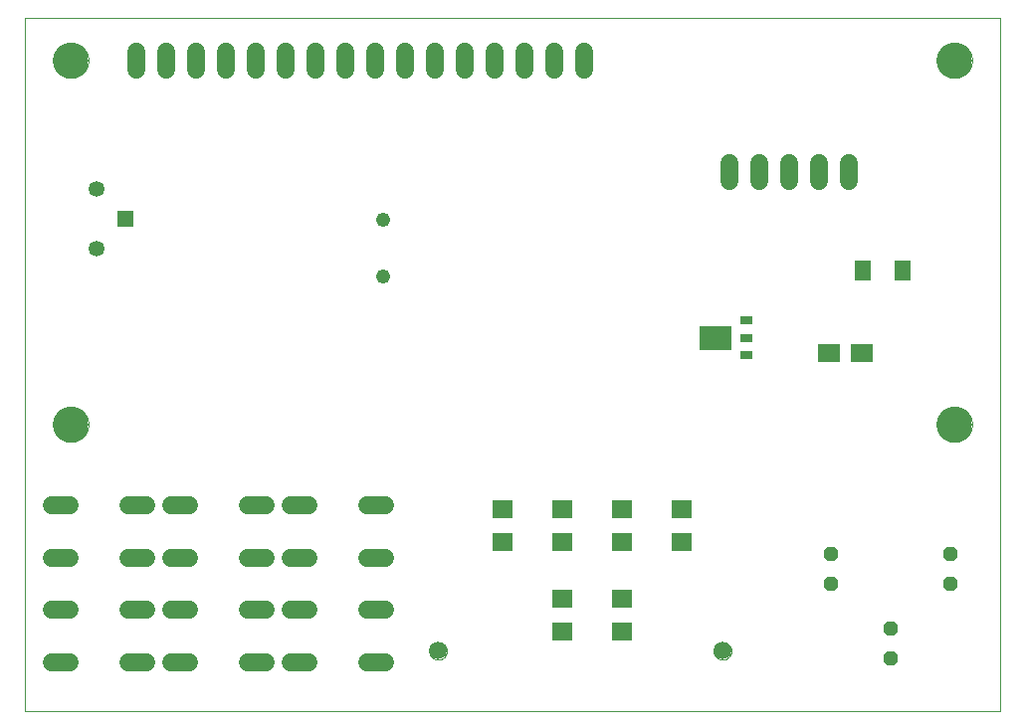
<source format=gbs>
G75*
%MOIN*%
%OFA0B0*%
%FSLAX25Y25*%
%IPPOS*%
%LPD*%
%AMOC8*
5,1,8,0,0,1.08239X$1,22.5*
%
%ADD10C,0.00000*%
%ADD11R,0.07677X0.05906*%
%ADD12OC8,0.04800*%
%ADD13R,0.05512X0.07087*%
%ADD14R,0.04331X0.02756*%
%ADD15R,0.11024X0.07874*%
%ADD16C,0.05906*%
%ADD17C,0.06000*%
%ADD18C,0.04800*%
%ADD19R,0.07087X0.06299*%
%ADD20C,0.11811*%
%ADD21C,0.05315*%
%ADD22R,0.05315X0.05315*%
D10*
X0001500Y0001500D02*
X0001500Y0233783D01*
X0328272Y0233783D01*
X0328272Y0001500D01*
X0001500Y0001500D01*
X0011094Y0097500D02*
X0011096Y0097653D01*
X0011102Y0097807D01*
X0011112Y0097960D01*
X0011126Y0098112D01*
X0011144Y0098265D01*
X0011166Y0098416D01*
X0011191Y0098567D01*
X0011221Y0098718D01*
X0011255Y0098868D01*
X0011292Y0099016D01*
X0011333Y0099164D01*
X0011378Y0099310D01*
X0011427Y0099456D01*
X0011480Y0099600D01*
X0011536Y0099742D01*
X0011596Y0099883D01*
X0011660Y0100023D01*
X0011727Y0100161D01*
X0011798Y0100297D01*
X0011873Y0100431D01*
X0011950Y0100563D01*
X0012032Y0100693D01*
X0012116Y0100821D01*
X0012204Y0100947D01*
X0012295Y0101070D01*
X0012389Y0101191D01*
X0012487Y0101309D01*
X0012587Y0101425D01*
X0012691Y0101538D01*
X0012797Y0101649D01*
X0012906Y0101757D01*
X0013018Y0101862D01*
X0013132Y0101963D01*
X0013250Y0102062D01*
X0013369Y0102158D01*
X0013491Y0102251D01*
X0013616Y0102340D01*
X0013743Y0102427D01*
X0013872Y0102509D01*
X0014003Y0102589D01*
X0014136Y0102665D01*
X0014271Y0102738D01*
X0014408Y0102807D01*
X0014547Y0102872D01*
X0014687Y0102934D01*
X0014829Y0102992D01*
X0014972Y0103047D01*
X0015117Y0103098D01*
X0015263Y0103145D01*
X0015410Y0103188D01*
X0015558Y0103227D01*
X0015707Y0103263D01*
X0015857Y0103294D01*
X0016008Y0103322D01*
X0016159Y0103346D01*
X0016312Y0103366D01*
X0016464Y0103382D01*
X0016617Y0103394D01*
X0016770Y0103402D01*
X0016923Y0103406D01*
X0017077Y0103406D01*
X0017230Y0103402D01*
X0017383Y0103394D01*
X0017536Y0103382D01*
X0017688Y0103366D01*
X0017841Y0103346D01*
X0017992Y0103322D01*
X0018143Y0103294D01*
X0018293Y0103263D01*
X0018442Y0103227D01*
X0018590Y0103188D01*
X0018737Y0103145D01*
X0018883Y0103098D01*
X0019028Y0103047D01*
X0019171Y0102992D01*
X0019313Y0102934D01*
X0019453Y0102872D01*
X0019592Y0102807D01*
X0019729Y0102738D01*
X0019864Y0102665D01*
X0019997Y0102589D01*
X0020128Y0102509D01*
X0020257Y0102427D01*
X0020384Y0102340D01*
X0020509Y0102251D01*
X0020631Y0102158D01*
X0020750Y0102062D01*
X0020868Y0101963D01*
X0020982Y0101862D01*
X0021094Y0101757D01*
X0021203Y0101649D01*
X0021309Y0101538D01*
X0021413Y0101425D01*
X0021513Y0101309D01*
X0021611Y0101191D01*
X0021705Y0101070D01*
X0021796Y0100947D01*
X0021884Y0100821D01*
X0021968Y0100693D01*
X0022050Y0100563D01*
X0022127Y0100431D01*
X0022202Y0100297D01*
X0022273Y0100161D01*
X0022340Y0100023D01*
X0022404Y0099883D01*
X0022464Y0099742D01*
X0022520Y0099600D01*
X0022573Y0099456D01*
X0022622Y0099310D01*
X0022667Y0099164D01*
X0022708Y0099016D01*
X0022745Y0098868D01*
X0022779Y0098718D01*
X0022809Y0098567D01*
X0022834Y0098416D01*
X0022856Y0098265D01*
X0022874Y0098112D01*
X0022888Y0097960D01*
X0022898Y0097807D01*
X0022904Y0097653D01*
X0022906Y0097500D01*
X0022904Y0097347D01*
X0022898Y0097193D01*
X0022888Y0097040D01*
X0022874Y0096888D01*
X0022856Y0096735D01*
X0022834Y0096584D01*
X0022809Y0096433D01*
X0022779Y0096282D01*
X0022745Y0096132D01*
X0022708Y0095984D01*
X0022667Y0095836D01*
X0022622Y0095690D01*
X0022573Y0095544D01*
X0022520Y0095400D01*
X0022464Y0095258D01*
X0022404Y0095117D01*
X0022340Y0094977D01*
X0022273Y0094839D01*
X0022202Y0094703D01*
X0022127Y0094569D01*
X0022050Y0094437D01*
X0021968Y0094307D01*
X0021884Y0094179D01*
X0021796Y0094053D01*
X0021705Y0093930D01*
X0021611Y0093809D01*
X0021513Y0093691D01*
X0021413Y0093575D01*
X0021309Y0093462D01*
X0021203Y0093351D01*
X0021094Y0093243D01*
X0020982Y0093138D01*
X0020868Y0093037D01*
X0020750Y0092938D01*
X0020631Y0092842D01*
X0020509Y0092749D01*
X0020384Y0092660D01*
X0020257Y0092573D01*
X0020128Y0092491D01*
X0019997Y0092411D01*
X0019864Y0092335D01*
X0019729Y0092262D01*
X0019592Y0092193D01*
X0019453Y0092128D01*
X0019313Y0092066D01*
X0019171Y0092008D01*
X0019028Y0091953D01*
X0018883Y0091902D01*
X0018737Y0091855D01*
X0018590Y0091812D01*
X0018442Y0091773D01*
X0018293Y0091737D01*
X0018143Y0091706D01*
X0017992Y0091678D01*
X0017841Y0091654D01*
X0017688Y0091634D01*
X0017536Y0091618D01*
X0017383Y0091606D01*
X0017230Y0091598D01*
X0017077Y0091594D01*
X0016923Y0091594D01*
X0016770Y0091598D01*
X0016617Y0091606D01*
X0016464Y0091618D01*
X0016312Y0091634D01*
X0016159Y0091654D01*
X0016008Y0091678D01*
X0015857Y0091706D01*
X0015707Y0091737D01*
X0015558Y0091773D01*
X0015410Y0091812D01*
X0015263Y0091855D01*
X0015117Y0091902D01*
X0014972Y0091953D01*
X0014829Y0092008D01*
X0014687Y0092066D01*
X0014547Y0092128D01*
X0014408Y0092193D01*
X0014271Y0092262D01*
X0014136Y0092335D01*
X0014003Y0092411D01*
X0013872Y0092491D01*
X0013743Y0092573D01*
X0013616Y0092660D01*
X0013491Y0092749D01*
X0013369Y0092842D01*
X0013250Y0092938D01*
X0013132Y0093037D01*
X0013018Y0093138D01*
X0012906Y0093243D01*
X0012797Y0093351D01*
X0012691Y0093462D01*
X0012587Y0093575D01*
X0012487Y0093691D01*
X0012389Y0093809D01*
X0012295Y0093930D01*
X0012204Y0094053D01*
X0012116Y0094179D01*
X0012032Y0094307D01*
X0011950Y0094437D01*
X0011873Y0094569D01*
X0011798Y0094703D01*
X0011727Y0094839D01*
X0011660Y0094977D01*
X0011596Y0095117D01*
X0011536Y0095258D01*
X0011480Y0095400D01*
X0011427Y0095544D01*
X0011378Y0095690D01*
X0011333Y0095836D01*
X0011292Y0095984D01*
X0011255Y0096132D01*
X0011221Y0096282D01*
X0011191Y0096433D01*
X0011166Y0096584D01*
X0011144Y0096735D01*
X0011126Y0096888D01*
X0011112Y0097040D01*
X0011102Y0097193D01*
X0011096Y0097347D01*
X0011094Y0097500D01*
X0137090Y0021541D02*
X0137092Y0021649D01*
X0137098Y0021758D01*
X0137108Y0021866D01*
X0137122Y0021973D01*
X0137140Y0022080D01*
X0137161Y0022187D01*
X0137187Y0022292D01*
X0137217Y0022397D01*
X0137250Y0022500D01*
X0137287Y0022602D01*
X0137328Y0022702D01*
X0137372Y0022801D01*
X0137421Y0022899D01*
X0137472Y0022994D01*
X0137527Y0023087D01*
X0137586Y0023179D01*
X0137648Y0023268D01*
X0137713Y0023355D01*
X0137781Y0023439D01*
X0137852Y0023521D01*
X0137926Y0023600D01*
X0138003Y0023676D01*
X0138083Y0023750D01*
X0138166Y0023820D01*
X0138251Y0023888D01*
X0138338Y0023952D01*
X0138428Y0024013D01*
X0138520Y0024071D01*
X0138614Y0024125D01*
X0138710Y0024176D01*
X0138807Y0024223D01*
X0138907Y0024267D01*
X0139008Y0024307D01*
X0139110Y0024343D01*
X0139213Y0024375D01*
X0139318Y0024404D01*
X0139424Y0024428D01*
X0139530Y0024449D01*
X0139637Y0024466D01*
X0139745Y0024479D01*
X0139853Y0024488D01*
X0139962Y0024493D01*
X0140070Y0024494D01*
X0140179Y0024491D01*
X0140287Y0024484D01*
X0140395Y0024473D01*
X0140502Y0024458D01*
X0140609Y0024439D01*
X0140715Y0024416D01*
X0140820Y0024390D01*
X0140925Y0024359D01*
X0141027Y0024325D01*
X0141129Y0024287D01*
X0141229Y0024245D01*
X0141328Y0024200D01*
X0141425Y0024151D01*
X0141519Y0024098D01*
X0141612Y0024042D01*
X0141703Y0023983D01*
X0141792Y0023920D01*
X0141878Y0023855D01*
X0141962Y0023786D01*
X0142043Y0023714D01*
X0142121Y0023639D01*
X0142197Y0023561D01*
X0142270Y0023480D01*
X0142340Y0023397D01*
X0142406Y0023312D01*
X0142470Y0023224D01*
X0142530Y0023133D01*
X0142587Y0023041D01*
X0142640Y0022946D01*
X0142690Y0022850D01*
X0142736Y0022752D01*
X0142779Y0022652D01*
X0142818Y0022551D01*
X0142853Y0022448D01*
X0142885Y0022345D01*
X0142912Y0022240D01*
X0142936Y0022134D01*
X0142956Y0022027D01*
X0142972Y0021920D01*
X0142984Y0021812D01*
X0142992Y0021704D01*
X0142996Y0021595D01*
X0142996Y0021487D01*
X0142992Y0021378D01*
X0142984Y0021270D01*
X0142972Y0021162D01*
X0142956Y0021055D01*
X0142936Y0020948D01*
X0142912Y0020842D01*
X0142885Y0020737D01*
X0142853Y0020634D01*
X0142818Y0020531D01*
X0142779Y0020430D01*
X0142736Y0020330D01*
X0142690Y0020232D01*
X0142640Y0020136D01*
X0142587Y0020041D01*
X0142530Y0019949D01*
X0142470Y0019858D01*
X0142406Y0019770D01*
X0142340Y0019685D01*
X0142270Y0019602D01*
X0142197Y0019521D01*
X0142121Y0019443D01*
X0142043Y0019368D01*
X0141962Y0019296D01*
X0141878Y0019227D01*
X0141792Y0019162D01*
X0141703Y0019099D01*
X0141612Y0019040D01*
X0141520Y0018984D01*
X0141425Y0018931D01*
X0141328Y0018882D01*
X0141229Y0018837D01*
X0141129Y0018795D01*
X0141027Y0018757D01*
X0140925Y0018723D01*
X0140820Y0018692D01*
X0140715Y0018666D01*
X0140609Y0018643D01*
X0140502Y0018624D01*
X0140395Y0018609D01*
X0140287Y0018598D01*
X0140179Y0018591D01*
X0140070Y0018588D01*
X0139962Y0018589D01*
X0139853Y0018594D01*
X0139745Y0018603D01*
X0139637Y0018616D01*
X0139530Y0018633D01*
X0139424Y0018654D01*
X0139318Y0018678D01*
X0139213Y0018707D01*
X0139110Y0018739D01*
X0139008Y0018775D01*
X0138907Y0018815D01*
X0138807Y0018859D01*
X0138710Y0018906D01*
X0138614Y0018957D01*
X0138520Y0019011D01*
X0138428Y0019069D01*
X0138338Y0019130D01*
X0138251Y0019194D01*
X0138166Y0019262D01*
X0138083Y0019332D01*
X0138003Y0019406D01*
X0137926Y0019482D01*
X0137852Y0019561D01*
X0137781Y0019643D01*
X0137713Y0019727D01*
X0137648Y0019814D01*
X0137586Y0019903D01*
X0137527Y0019995D01*
X0137472Y0020088D01*
X0137421Y0020183D01*
X0137372Y0020281D01*
X0137328Y0020380D01*
X0137287Y0020480D01*
X0137250Y0020582D01*
X0137217Y0020685D01*
X0137187Y0020790D01*
X0137161Y0020895D01*
X0137140Y0021002D01*
X0137122Y0021109D01*
X0137108Y0021216D01*
X0137098Y0021324D01*
X0137092Y0021433D01*
X0137090Y0021541D01*
X0232366Y0021541D02*
X0232368Y0021649D01*
X0232374Y0021758D01*
X0232384Y0021866D01*
X0232398Y0021973D01*
X0232416Y0022080D01*
X0232437Y0022187D01*
X0232463Y0022292D01*
X0232493Y0022397D01*
X0232526Y0022500D01*
X0232563Y0022602D01*
X0232604Y0022702D01*
X0232648Y0022801D01*
X0232697Y0022899D01*
X0232748Y0022994D01*
X0232803Y0023087D01*
X0232862Y0023179D01*
X0232924Y0023268D01*
X0232989Y0023355D01*
X0233057Y0023439D01*
X0233128Y0023521D01*
X0233202Y0023600D01*
X0233279Y0023676D01*
X0233359Y0023750D01*
X0233442Y0023820D01*
X0233527Y0023888D01*
X0233614Y0023952D01*
X0233704Y0024013D01*
X0233796Y0024071D01*
X0233890Y0024125D01*
X0233986Y0024176D01*
X0234083Y0024223D01*
X0234183Y0024267D01*
X0234284Y0024307D01*
X0234386Y0024343D01*
X0234489Y0024375D01*
X0234594Y0024404D01*
X0234700Y0024428D01*
X0234806Y0024449D01*
X0234913Y0024466D01*
X0235021Y0024479D01*
X0235129Y0024488D01*
X0235238Y0024493D01*
X0235346Y0024494D01*
X0235455Y0024491D01*
X0235563Y0024484D01*
X0235671Y0024473D01*
X0235778Y0024458D01*
X0235885Y0024439D01*
X0235991Y0024416D01*
X0236096Y0024390D01*
X0236201Y0024359D01*
X0236303Y0024325D01*
X0236405Y0024287D01*
X0236505Y0024245D01*
X0236604Y0024200D01*
X0236701Y0024151D01*
X0236795Y0024098D01*
X0236888Y0024042D01*
X0236979Y0023983D01*
X0237068Y0023920D01*
X0237154Y0023855D01*
X0237238Y0023786D01*
X0237319Y0023714D01*
X0237397Y0023639D01*
X0237473Y0023561D01*
X0237546Y0023480D01*
X0237616Y0023397D01*
X0237682Y0023312D01*
X0237746Y0023224D01*
X0237806Y0023133D01*
X0237863Y0023041D01*
X0237916Y0022946D01*
X0237966Y0022850D01*
X0238012Y0022752D01*
X0238055Y0022652D01*
X0238094Y0022551D01*
X0238129Y0022448D01*
X0238161Y0022345D01*
X0238188Y0022240D01*
X0238212Y0022134D01*
X0238232Y0022027D01*
X0238248Y0021920D01*
X0238260Y0021812D01*
X0238268Y0021704D01*
X0238272Y0021595D01*
X0238272Y0021487D01*
X0238268Y0021378D01*
X0238260Y0021270D01*
X0238248Y0021162D01*
X0238232Y0021055D01*
X0238212Y0020948D01*
X0238188Y0020842D01*
X0238161Y0020737D01*
X0238129Y0020634D01*
X0238094Y0020531D01*
X0238055Y0020430D01*
X0238012Y0020330D01*
X0237966Y0020232D01*
X0237916Y0020136D01*
X0237863Y0020041D01*
X0237806Y0019949D01*
X0237746Y0019858D01*
X0237682Y0019770D01*
X0237616Y0019685D01*
X0237546Y0019602D01*
X0237473Y0019521D01*
X0237397Y0019443D01*
X0237319Y0019368D01*
X0237238Y0019296D01*
X0237154Y0019227D01*
X0237068Y0019162D01*
X0236979Y0019099D01*
X0236888Y0019040D01*
X0236796Y0018984D01*
X0236701Y0018931D01*
X0236604Y0018882D01*
X0236505Y0018837D01*
X0236405Y0018795D01*
X0236303Y0018757D01*
X0236201Y0018723D01*
X0236096Y0018692D01*
X0235991Y0018666D01*
X0235885Y0018643D01*
X0235778Y0018624D01*
X0235671Y0018609D01*
X0235563Y0018598D01*
X0235455Y0018591D01*
X0235346Y0018588D01*
X0235238Y0018589D01*
X0235129Y0018594D01*
X0235021Y0018603D01*
X0234913Y0018616D01*
X0234806Y0018633D01*
X0234700Y0018654D01*
X0234594Y0018678D01*
X0234489Y0018707D01*
X0234386Y0018739D01*
X0234284Y0018775D01*
X0234183Y0018815D01*
X0234083Y0018859D01*
X0233986Y0018906D01*
X0233890Y0018957D01*
X0233796Y0019011D01*
X0233704Y0019069D01*
X0233614Y0019130D01*
X0233527Y0019194D01*
X0233442Y0019262D01*
X0233359Y0019332D01*
X0233279Y0019406D01*
X0233202Y0019482D01*
X0233128Y0019561D01*
X0233057Y0019643D01*
X0232989Y0019727D01*
X0232924Y0019814D01*
X0232862Y0019903D01*
X0232803Y0019995D01*
X0232748Y0020088D01*
X0232697Y0020183D01*
X0232648Y0020281D01*
X0232604Y0020380D01*
X0232563Y0020480D01*
X0232526Y0020582D01*
X0232493Y0020685D01*
X0232463Y0020790D01*
X0232437Y0020895D01*
X0232416Y0021002D01*
X0232398Y0021109D01*
X0232384Y0021216D01*
X0232374Y0021324D01*
X0232368Y0021433D01*
X0232366Y0021541D01*
X0307094Y0097500D02*
X0307096Y0097653D01*
X0307102Y0097807D01*
X0307112Y0097960D01*
X0307126Y0098112D01*
X0307144Y0098265D01*
X0307166Y0098416D01*
X0307191Y0098567D01*
X0307221Y0098718D01*
X0307255Y0098868D01*
X0307292Y0099016D01*
X0307333Y0099164D01*
X0307378Y0099310D01*
X0307427Y0099456D01*
X0307480Y0099600D01*
X0307536Y0099742D01*
X0307596Y0099883D01*
X0307660Y0100023D01*
X0307727Y0100161D01*
X0307798Y0100297D01*
X0307873Y0100431D01*
X0307950Y0100563D01*
X0308032Y0100693D01*
X0308116Y0100821D01*
X0308204Y0100947D01*
X0308295Y0101070D01*
X0308389Y0101191D01*
X0308487Y0101309D01*
X0308587Y0101425D01*
X0308691Y0101538D01*
X0308797Y0101649D01*
X0308906Y0101757D01*
X0309018Y0101862D01*
X0309132Y0101963D01*
X0309250Y0102062D01*
X0309369Y0102158D01*
X0309491Y0102251D01*
X0309616Y0102340D01*
X0309743Y0102427D01*
X0309872Y0102509D01*
X0310003Y0102589D01*
X0310136Y0102665D01*
X0310271Y0102738D01*
X0310408Y0102807D01*
X0310547Y0102872D01*
X0310687Y0102934D01*
X0310829Y0102992D01*
X0310972Y0103047D01*
X0311117Y0103098D01*
X0311263Y0103145D01*
X0311410Y0103188D01*
X0311558Y0103227D01*
X0311707Y0103263D01*
X0311857Y0103294D01*
X0312008Y0103322D01*
X0312159Y0103346D01*
X0312312Y0103366D01*
X0312464Y0103382D01*
X0312617Y0103394D01*
X0312770Y0103402D01*
X0312923Y0103406D01*
X0313077Y0103406D01*
X0313230Y0103402D01*
X0313383Y0103394D01*
X0313536Y0103382D01*
X0313688Y0103366D01*
X0313841Y0103346D01*
X0313992Y0103322D01*
X0314143Y0103294D01*
X0314293Y0103263D01*
X0314442Y0103227D01*
X0314590Y0103188D01*
X0314737Y0103145D01*
X0314883Y0103098D01*
X0315028Y0103047D01*
X0315171Y0102992D01*
X0315313Y0102934D01*
X0315453Y0102872D01*
X0315592Y0102807D01*
X0315729Y0102738D01*
X0315864Y0102665D01*
X0315997Y0102589D01*
X0316128Y0102509D01*
X0316257Y0102427D01*
X0316384Y0102340D01*
X0316509Y0102251D01*
X0316631Y0102158D01*
X0316750Y0102062D01*
X0316868Y0101963D01*
X0316982Y0101862D01*
X0317094Y0101757D01*
X0317203Y0101649D01*
X0317309Y0101538D01*
X0317413Y0101425D01*
X0317513Y0101309D01*
X0317611Y0101191D01*
X0317705Y0101070D01*
X0317796Y0100947D01*
X0317884Y0100821D01*
X0317968Y0100693D01*
X0318050Y0100563D01*
X0318127Y0100431D01*
X0318202Y0100297D01*
X0318273Y0100161D01*
X0318340Y0100023D01*
X0318404Y0099883D01*
X0318464Y0099742D01*
X0318520Y0099600D01*
X0318573Y0099456D01*
X0318622Y0099310D01*
X0318667Y0099164D01*
X0318708Y0099016D01*
X0318745Y0098868D01*
X0318779Y0098718D01*
X0318809Y0098567D01*
X0318834Y0098416D01*
X0318856Y0098265D01*
X0318874Y0098112D01*
X0318888Y0097960D01*
X0318898Y0097807D01*
X0318904Y0097653D01*
X0318906Y0097500D01*
X0318904Y0097347D01*
X0318898Y0097193D01*
X0318888Y0097040D01*
X0318874Y0096888D01*
X0318856Y0096735D01*
X0318834Y0096584D01*
X0318809Y0096433D01*
X0318779Y0096282D01*
X0318745Y0096132D01*
X0318708Y0095984D01*
X0318667Y0095836D01*
X0318622Y0095690D01*
X0318573Y0095544D01*
X0318520Y0095400D01*
X0318464Y0095258D01*
X0318404Y0095117D01*
X0318340Y0094977D01*
X0318273Y0094839D01*
X0318202Y0094703D01*
X0318127Y0094569D01*
X0318050Y0094437D01*
X0317968Y0094307D01*
X0317884Y0094179D01*
X0317796Y0094053D01*
X0317705Y0093930D01*
X0317611Y0093809D01*
X0317513Y0093691D01*
X0317413Y0093575D01*
X0317309Y0093462D01*
X0317203Y0093351D01*
X0317094Y0093243D01*
X0316982Y0093138D01*
X0316868Y0093037D01*
X0316750Y0092938D01*
X0316631Y0092842D01*
X0316509Y0092749D01*
X0316384Y0092660D01*
X0316257Y0092573D01*
X0316128Y0092491D01*
X0315997Y0092411D01*
X0315864Y0092335D01*
X0315729Y0092262D01*
X0315592Y0092193D01*
X0315453Y0092128D01*
X0315313Y0092066D01*
X0315171Y0092008D01*
X0315028Y0091953D01*
X0314883Y0091902D01*
X0314737Y0091855D01*
X0314590Y0091812D01*
X0314442Y0091773D01*
X0314293Y0091737D01*
X0314143Y0091706D01*
X0313992Y0091678D01*
X0313841Y0091654D01*
X0313688Y0091634D01*
X0313536Y0091618D01*
X0313383Y0091606D01*
X0313230Y0091598D01*
X0313077Y0091594D01*
X0312923Y0091594D01*
X0312770Y0091598D01*
X0312617Y0091606D01*
X0312464Y0091618D01*
X0312312Y0091634D01*
X0312159Y0091654D01*
X0312008Y0091678D01*
X0311857Y0091706D01*
X0311707Y0091737D01*
X0311558Y0091773D01*
X0311410Y0091812D01*
X0311263Y0091855D01*
X0311117Y0091902D01*
X0310972Y0091953D01*
X0310829Y0092008D01*
X0310687Y0092066D01*
X0310547Y0092128D01*
X0310408Y0092193D01*
X0310271Y0092262D01*
X0310136Y0092335D01*
X0310003Y0092411D01*
X0309872Y0092491D01*
X0309743Y0092573D01*
X0309616Y0092660D01*
X0309491Y0092749D01*
X0309369Y0092842D01*
X0309250Y0092938D01*
X0309132Y0093037D01*
X0309018Y0093138D01*
X0308906Y0093243D01*
X0308797Y0093351D01*
X0308691Y0093462D01*
X0308587Y0093575D01*
X0308487Y0093691D01*
X0308389Y0093809D01*
X0308295Y0093930D01*
X0308204Y0094053D01*
X0308116Y0094179D01*
X0308032Y0094307D01*
X0307950Y0094437D01*
X0307873Y0094569D01*
X0307798Y0094703D01*
X0307727Y0094839D01*
X0307660Y0094977D01*
X0307596Y0095117D01*
X0307536Y0095258D01*
X0307480Y0095400D01*
X0307427Y0095544D01*
X0307378Y0095690D01*
X0307333Y0095836D01*
X0307292Y0095984D01*
X0307255Y0096132D01*
X0307221Y0096282D01*
X0307191Y0096433D01*
X0307166Y0096584D01*
X0307144Y0096735D01*
X0307126Y0096888D01*
X0307112Y0097040D01*
X0307102Y0097193D01*
X0307096Y0097347D01*
X0307094Y0097500D01*
X0307094Y0219500D02*
X0307096Y0219653D01*
X0307102Y0219807D01*
X0307112Y0219960D01*
X0307126Y0220112D01*
X0307144Y0220265D01*
X0307166Y0220416D01*
X0307191Y0220567D01*
X0307221Y0220718D01*
X0307255Y0220868D01*
X0307292Y0221016D01*
X0307333Y0221164D01*
X0307378Y0221310D01*
X0307427Y0221456D01*
X0307480Y0221600D01*
X0307536Y0221742D01*
X0307596Y0221883D01*
X0307660Y0222023D01*
X0307727Y0222161D01*
X0307798Y0222297D01*
X0307873Y0222431D01*
X0307950Y0222563D01*
X0308032Y0222693D01*
X0308116Y0222821D01*
X0308204Y0222947D01*
X0308295Y0223070D01*
X0308389Y0223191D01*
X0308487Y0223309D01*
X0308587Y0223425D01*
X0308691Y0223538D01*
X0308797Y0223649D01*
X0308906Y0223757D01*
X0309018Y0223862D01*
X0309132Y0223963D01*
X0309250Y0224062D01*
X0309369Y0224158D01*
X0309491Y0224251D01*
X0309616Y0224340D01*
X0309743Y0224427D01*
X0309872Y0224509D01*
X0310003Y0224589D01*
X0310136Y0224665D01*
X0310271Y0224738D01*
X0310408Y0224807D01*
X0310547Y0224872D01*
X0310687Y0224934D01*
X0310829Y0224992D01*
X0310972Y0225047D01*
X0311117Y0225098D01*
X0311263Y0225145D01*
X0311410Y0225188D01*
X0311558Y0225227D01*
X0311707Y0225263D01*
X0311857Y0225294D01*
X0312008Y0225322D01*
X0312159Y0225346D01*
X0312312Y0225366D01*
X0312464Y0225382D01*
X0312617Y0225394D01*
X0312770Y0225402D01*
X0312923Y0225406D01*
X0313077Y0225406D01*
X0313230Y0225402D01*
X0313383Y0225394D01*
X0313536Y0225382D01*
X0313688Y0225366D01*
X0313841Y0225346D01*
X0313992Y0225322D01*
X0314143Y0225294D01*
X0314293Y0225263D01*
X0314442Y0225227D01*
X0314590Y0225188D01*
X0314737Y0225145D01*
X0314883Y0225098D01*
X0315028Y0225047D01*
X0315171Y0224992D01*
X0315313Y0224934D01*
X0315453Y0224872D01*
X0315592Y0224807D01*
X0315729Y0224738D01*
X0315864Y0224665D01*
X0315997Y0224589D01*
X0316128Y0224509D01*
X0316257Y0224427D01*
X0316384Y0224340D01*
X0316509Y0224251D01*
X0316631Y0224158D01*
X0316750Y0224062D01*
X0316868Y0223963D01*
X0316982Y0223862D01*
X0317094Y0223757D01*
X0317203Y0223649D01*
X0317309Y0223538D01*
X0317413Y0223425D01*
X0317513Y0223309D01*
X0317611Y0223191D01*
X0317705Y0223070D01*
X0317796Y0222947D01*
X0317884Y0222821D01*
X0317968Y0222693D01*
X0318050Y0222563D01*
X0318127Y0222431D01*
X0318202Y0222297D01*
X0318273Y0222161D01*
X0318340Y0222023D01*
X0318404Y0221883D01*
X0318464Y0221742D01*
X0318520Y0221600D01*
X0318573Y0221456D01*
X0318622Y0221310D01*
X0318667Y0221164D01*
X0318708Y0221016D01*
X0318745Y0220868D01*
X0318779Y0220718D01*
X0318809Y0220567D01*
X0318834Y0220416D01*
X0318856Y0220265D01*
X0318874Y0220112D01*
X0318888Y0219960D01*
X0318898Y0219807D01*
X0318904Y0219653D01*
X0318906Y0219500D01*
X0318904Y0219347D01*
X0318898Y0219193D01*
X0318888Y0219040D01*
X0318874Y0218888D01*
X0318856Y0218735D01*
X0318834Y0218584D01*
X0318809Y0218433D01*
X0318779Y0218282D01*
X0318745Y0218132D01*
X0318708Y0217984D01*
X0318667Y0217836D01*
X0318622Y0217690D01*
X0318573Y0217544D01*
X0318520Y0217400D01*
X0318464Y0217258D01*
X0318404Y0217117D01*
X0318340Y0216977D01*
X0318273Y0216839D01*
X0318202Y0216703D01*
X0318127Y0216569D01*
X0318050Y0216437D01*
X0317968Y0216307D01*
X0317884Y0216179D01*
X0317796Y0216053D01*
X0317705Y0215930D01*
X0317611Y0215809D01*
X0317513Y0215691D01*
X0317413Y0215575D01*
X0317309Y0215462D01*
X0317203Y0215351D01*
X0317094Y0215243D01*
X0316982Y0215138D01*
X0316868Y0215037D01*
X0316750Y0214938D01*
X0316631Y0214842D01*
X0316509Y0214749D01*
X0316384Y0214660D01*
X0316257Y0214573D01*
X0316128Y0214491D01*
X0315997Y0214411D01*
X0315864Y0214335D01*
X0315729Y0214262D01*
X0315592Y0214193D01*
X0315453Y0214128D01*
X0315313Y0214066D01*
X0315171Y0214008D01*
X0315028Y0213953D01*
X0314883Y0213902D01*
X0314737Y0213855D01*
X0314590Y0213812D01*
X0314442Y0213773D01*
X0314293Y0213737D01*
X0314143Y0213706D01*
X0313992Y0213678D01*
X0313841Y0213654D01*
X0313688Y0213634D01*
X0313536Y0213618D01*
X0313383Y0213606D01*
X0313230Y0213598D01*
X0313077Y0213594D01*
X0312923Y0213594D01*
X0312770Y0213598D01*
X0312617Y0213606D01*
X0312464Y0213618D01*
X0312312Y0213634D01*
X0312159Y0213654D01*
X0312008Y0213678D01*
X0311857Y0213706D01*
X0311707Y0213737D01*
X0311558Y0213773D01*
X0311410Y0213812D01*
X0311263Y0213855D01*
X0311117Y0213902D01*
X0310972Y0213953D01*
X0310829Y0214008D01*
X0310687Y0214066D01*
X0310547Y0214128D01*
X0310408Y0214193D01*
X0310271Y0214262D01*
X0310136Y0214335D01*
X0310003Y0214411D01*
X0309872Y0214491D01*
X0309743Y0214573D01*
X0309616Y0214660D01*
X0309491Y0214749D01*
X0309369Y0214842D01*
X0309250Y0214938D01*
X0309132Y0215037D01*
X0309018Y0215138D01*
X0308906Y0215243D01*
X0308797Y0215351D01*
X0308691Y0215462D01*
X0308587Y0215575D01*
X0308487Y0215691D01*
X0308389Y0215809D01*
X0308295Y0215930D01*
X0308204Y0216053D01*
X0308116Y0216179D01*
X0308032Y0216307D01*
X0307950Y0216437D01*
X0307873Y0216569D01*
X0307798Y0216703D01*
X0307727Y0216839D01*
X0307660Y0216977D01*
X0307596Y0217117D01*
X0307536Y0217258D01*
X0307480Y0217400D01*
X0307427Y0217544D01*
X0307378Y0217690D01*
X0307333Y0217836D01*
X0307292Y0217984D01*
X0307255Y0218132D01*
X0307221Y0218282D01*
X0307191Y0218433D01*
X0307166Y0218584D01*
X0307144Y0218735D01*
X0307126Y0218888D01*
X0307112Y0219040D01*
X0307102Y0219193D01*
X0307096Y0219347D01*
X0307094Y0219500D01*
X0011094Y0219500D02*
X0011096Y0219653D01*
X0011102Y0219807D01*
X0011112Y0219960D01*
X0011126Y0220112D01*
X0011144Y0220265D01*
X0011166Y0220416D01*
X0011191Y0220567D01*
X0011221Y0220718D01*
X0011255Y0220868D01*
X0011292Y0221016D01*
X0011333Y0221164D01*
X0011378Y0221310D01*
X0011427Y0221456D01*
X0011480Y0221600D01*
X0011536Y0221742D01*
X0011596Y0221883D01*
X0011660Y0222023D01*
X0011727Y0222161D01*
X0011798Y0222297D01*
X0011873Y0222431D01*
X0011950Y0222563D01*
X0012032Y0222693D01*
X0012116Y0222821D01*
X0012204Y0222947D01*
X0012295Y0223070D01*
X0012389Y0223191D01*
X0012487Y0223309D01*
X0012587Y0223425D01*
X0012691Y0223538D01*
X0012797Y0223649D01*
X0012906Y0223757D01*
X0013018Y0223862D01*
X0013132Y0223963D01*
X0013250Y0224062D01*
X0013369Y0224158D01*
X0013491Y0224251D01*
X0013616Y0224340D01*
X0013743Y0224427D01*
X0013872Y0224509D01*
X0014003Y0224589D01*
X0014136Y0224665D01*
X0014271Y0224738D01*
X0014408Y0224807D01*
X0014547Y0224872D01*
X0014687Y0224934D01*
X0014829Y0224992D01*
X0014972Y0225047D01*
X0015117Y0225098D01*
X0015263Y0225145D01*
X0015410Y0225188D01*
X0015558Y0225227D01*
X0015707Y0225263D01*
X0015857Y0225294D01*
X0016008Y0225322D01*
X0016159Y0225346D01*
X0016312Y0225366D01*
X0016464Y0225382D01*
X0016617Y0225394D01*
X0016770Y0225402D01*
X0016923Y0225406D01*
X0017077Y0225406D01*
X0017230Y0225402D01*
X0017383Y0225394D01*
X0017536Y0225382D01*
X0017688Y0225366D01*
X0017841Y0225346D01*
X0017992Y0225322D01*
X0018143Y0225294D01*
X0018293Y0225263D01*
X0018442Y0225227D01*
X0018590Y0225188D01*
X0018737Y0225145D01*
X0018883Y0225098D01*
X0019028Y0225047D01*
X0019171Y0224992D01*
X0019313Y0224934D01*
X0019453Y0224872D01*
X0019592Y0224807D01*
X0019729Y0224738D01*
X0019864Y0224665D01*
X0019997Y0224589D01*
X0020128Y0224509D01*
X0020257Y0224427D01*
X0020384Y0224340D01*
X0020509Y0224251D01*
X0020631Y0224158D01*
X0020750Y0224062D01*
X0020868Y0223963D01*
X0020982Y0223862D01*
X0021094Y0223757D01*
X0021203Y0223649D01*
X0021309Y0223538D01*
X0021413Y0223425D01*
X0021513Y0223309D01*
X0021611Y0223191D01*
X0021705Y0223070D01*
X0021796Y0222947D01*
X0021884Y0222821D01*
X0021968Y0222693D01*
X0022050Y0222563D01*
X0022127Y0222431D01*
X0022202Y0222297D01*
X0022273Y0222161D01*
X0022340Y0222023D01*
X0022404Y0221883D01*
X0022464Y0221742D01*
X0022520Y0221600D01*
X0022573Y0221456D01*
X0022622Y0221310D01*
X0022667Y0221164D01*
X0022708Y0221016D01*
X0022745Y0220868D01*
X0022779Y0220718D01*
X0022809Y0220567D01*
X0022834Y0220416D01*
X0022856Y0220265D01*
X0022874Y0220112D01*
X0022888Y0219960D01*
X0022898Y0219807D01*
X0022904Y0219653D01*
X0022906Y0219500D01*
X0022904Y0219347D01*
X0022898Y0219193D01*
X0022888Y0219040D01*
X0022874Y0218888D01*
X0022856Y0218735D01*
X0022834Y0218584D01*
X0022809Y0218433D01*
X0022779Y0218282D01*
X0022745Y0218132D01*
X0022708Y0217984D01*
X0022667Y0217836D01*
X0022622Y0217690D01*
X0022573Y0217544D01*
X0022520Y0217400D01*
X0022464Y0217258D01*
X0022404Y0217117D01*
X0022340Y0216977D01*
X0022273Y0216839D01*
X0022202Y0216703D01*
X0022127Y0216569D01*
X0022050Y0216437D01*
X0021968Y0216307D01*
X0021884Y0216179D01*
X0021796Y0216053D01*
X0021705Y0215930D01*
X0021611Y0215809D01*
X0021513Y0215691D01*
X0021413Y0215575D01*
X0021309Y0215462D01*
X0021203Y0215351D01*
X0021094Y0215243D01*
X0020982Y0215138D01*
X0020868Y0215037D01*
X0020750Y0214938D01*
X0020631Y0214842D01*
X0020509Y0214749D01*
X0020384Y0214660D01*
X0020257Y0214573D01*
X0020128Y0214491D01*
X0019997Y0214411D01*
X0019864Y0214335D01*
X0019729Y0214262D01*
X0019592Y0214193D01*
X0019453Y0214128D01*
X0019313Y0214066D01*
X0019171Y0214008D01*
X0019028Y0213953D01*
X0018883Y0213902D01*
X0018737Y0213855D01*
X0018590Y0213812D01*
X0018442Y0213773D01*
X0018293Y0213737D01*
X0018143Y0213706D01*
X0017992Y0213678D01*
X0017841Y0213654D01*
X0017688Y0213634D01*
X0017536Y0213618D01*
X0017383Y0213606D01*
X0017230Y0213598D01*
X0017077Y0213594D01*
X0016923Y0213594D01*
X0016770Y0213598D01*
X0016617Y0213606D01*
X0016464Y0213618D01*
X0016312Y0213634D01*
X0016159Y0213654D01*
X0016008Y0213678D01*
X0015857Y0213706D01*
X0015707Y0213737D01*
X0015558Y0213773D01*
X0015410Y0213812D01*
X0015263Y0213855D01*
X0015117Y0213902D01*
X0014972Y0213953D01*
X0014829Y0214008D01*
X0014687Y0214066D01*
X0014547Y0214128D01*
X0014408Y0214193D01*
X0014271Y0214262D01*
X0014136Y0214335D01*
X0014003Y0214411D01*
X0013872Y0214491D01*
X0013743Y0214573D01*
X0013616Y0214660D01*
X0013491Y0214749D01*
X0013369Y0214842D01*
X0013250Y0214938D01*
X0013132Y0215037D01*
X0013018Y0215138D01*
X0012906Y0215243D01*
X0012797Y0215351D01*
X0012691Y0215462D01*
X0012587Y0215575D01*
X0012487Y0215691D01*
X0012389Y0215809D01*
X0012295Y0215930D01*
X0012204Y0216053D01*
X0012116Y0216179D01*
X0012032Y0216307D01*
X0011950Y0216437D01*
X0011873Y0216569D01*
X0011798Y0216703D01*
X0011727Y0216839D01*
X0011660Y0216977D01*
X0011596Y0217117D01*
X0011536Y0217258D01*
X0011480Y0217400D01*
X0011427Y0217544D01*
X0011378Y0217690D01*
X0011333Y0217836D01*
X0011292Y0217984D01*
X0011255Y0218132D01*
X0011221Y0218282D01*
X0011191Y0218433D01*
X0011166Y0218584D01*
X0011144Y0218735D01*
X0011126Y0218888D01*
X0011112Y0219040D01*
X0011102Y0219193D01*
X0011096Y0219347D01*
X0011094Y0219500D01*
D11*
X0271087Y0121500D03*
X0281913Y0121500D03*
D12*
X0271500Y0054000D03*
X0271500Y0044000D03*
X0291500Y0029000D03*
X0291500Y0019000D03*
X0311500Y0044000D03*
X0311500Y0054000D03*
D13*
X0295693Y0149000D03*
X0282307Y0149000D03*
D14*
X0243390Y0132406D03*
X0243390Y0126500D03*
X0243390Y0120594D03*
D15*
X0232957Y0126500D03*
D16*
X0235319Y0021541D03*
X0140043Y0021541D03*
D17*
X0122300Y0017600D02*
X0116300Y0017600D01*
X0096700Y0017600D02*
X0090700Y0017600D01*
X0082300Y0017600D02*
X0076300Y0017600D01*
X0056700Y0017600D02*
X0050700Y0017600D01*
X0042300Y0017600D02*
X0036300Y0017600D01*
X0016700Y0017600D02*
X0010700Y0017600D01*
X0010700Y0035400D02*
X0016700Y0035400D01*
X0036300Y0035400D02*
X0042300Y0035400D01*
X0050700Y0035400D02*
X0056700Y0035400D01*
X0076300Y0035400D02*
X0082300Y0035400D01*
X0090700Y0035400D02*
X0096700Y0035400D01*
X0116300Y0035400D02*
X0122300Y0035400D01*
X0122300Y0052600D02*
X0116300Y0052600D01*
X0096700Y0052600D02*
X0090700Y0052600D01*
X0082300Y0052600D02*
X0076300Y0052600D01*
X0056700Y0052600D02*
X0050700Y0052600D01*
X0042300Y0052600D02*
X0036300Y0052600D01*
X0016700Y0052600D02*
X0010700Y0052600D01*
X0010700Y0070400D02*
X0016700Y0070400D01*
X0036300Y0070400D02*
X0042300Y0070400D01*
X0050700Y0070400D02*
X0056700Y0070400D01*
X0076300Y0070400D02*
X0082300Y0070400D01*
X0090700Y0070400D02*
X0096700Y0070400D01*
X0116300Y0070400D02*
X0122300Y0070400D01*
X0237500Y0179000D02*
X0237500Y0185000D01*
X0247500Y0185000D02*
X0247500Y0179000D01*
X0257500Y0179000D02*
X0257500Y0185000D01*
X0267500Y0185000D02*
X0267500Y0179000D01*
X0277500Y0179000D02*
X0277500Y0185000D01*
X0189000Y0216500D02*
X0189000Y0222500D01*
X0179000Y0222500D02*
X0179000Y0216500D01*
X0169000Y0216500D02*
X0169000Y0222500D01*
X0159000Y0222500D02*
X0159000Y0216500D01*
X0149000Y0216500D02*
X0149000Y0222500D01*
X0139000Y0222500D02*
X0139000Y0216500D01*
X0129000Y0216500D02*
X0129000Y0222500D01*
X0119000Y0222500D02*
X0119000Y0216500D01*
X0109000Y0216500D02*
X0109000Y0222500D01*
X0099000Y0222500D02*
X0099000Y0216500D01*
X0089000Y0216500D02*
X0089000Y0222500D01*
X0079000Y0222500D02*
X0079000Y0216500D01*
X0069000Y0216500D02*
X0069000Y0222500D01*
X0059000Y0222500D02*
X0059000Y0216500D01*
X0049000Y0216500D02*
X0049000Y0222500D01*
X0039000Y0222500D02*
X0039000Y0216500D01*
D18*
X0121500Y0166000D03*
X0121500Y0147000D03*
D19*
X0161500Y0069012D03*
X0161500Y0057988D03*
X0181500Y0057988D03*
X0181500Y0069012D03*
X0201500Y0069012D03*
X0201500Y0057988D03*
X0221500Y0057988D03*
X0221500Y0069012D03*
X0201500Y0039012D03*
X0201500Y0027988D03*
X0181500Y0027988D03*
X0181500Y0039012D03*
D20*
X0313000Y0097500D03*
X0313000Y0219500D03*
X0017000Y0219500D03*
X0017000Y0097500D03*
D21*
X0025516Y0156500D03*
X0025516Y0176500D03*
D22*
X0035358Y0166500D03*
M02*

</source>
